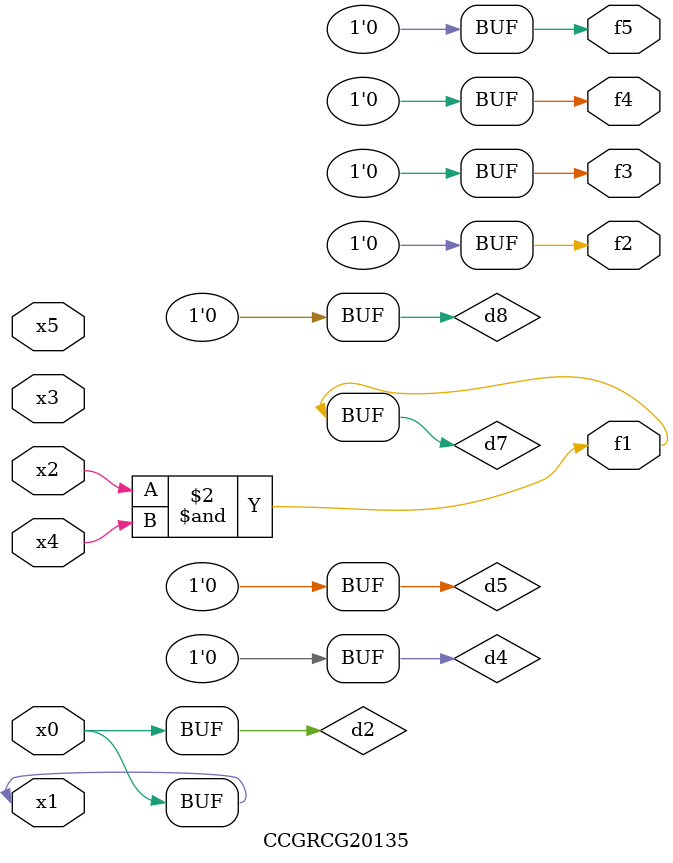
<source format=v>
module CCGRCG20135(
	input x0, x1, x2, x3, x4, x5,
	output f1, f2, f3, f4, f5
);

	wire d1, d2, d3, d4, d5, d6, d7, d8, d9;

	nand (d1, x1);
	buf (d2, x0, x1);
	nand (d3, x2, x4);
	and (d4, d1, d2);
	and (d5, d1, d2);
	nand (d6, d1, d3);
	not (d7, d3);
	xor (d8, d5);
	nor (d9, d5, d6);
	assign f1 = d7;
	assign f2 = d8;
	assign f3 = d8;
	assign f4 = d8;
	assign f5 = d8;
endmodule

</source>
